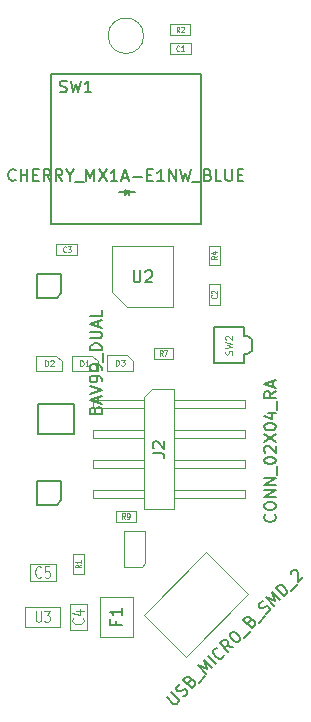
<source format=gbr>
G04 #@! TF.GenerationSoftware,KiCad,Pcbnew,5.0.1*
G04 #@! TF.CreationDate,2019-03-28T22:54:33+10:30*
G04 #@! TF.ProjectId,reflex,7265666C65782E6B696361645F706362,rev?*
G04 #@! TF.SameCoordinates,Original*
G04 #@! TF.FileFunction,Other,Fab,Top*
%FSLAX46Y46*%
G04 Gerber Fmt 4.6, Leading zero omitted, Abs format (unit mm)*
G04 Created by KiCad (PCBNEW 5.0.1) date Thu 28 Mar 2019 22:54:33 ACDT*
%MOMM*%
%LPD*%
G01*
G04 APERTURE LIST*
%ADD10C,0.150000*%
%ADD11C,0.120000*%
%ADD12C,0.100000*%
%ADD13C,0.160000*%
%ADD14C,0.075000*%
%ADD15C,0.050000*%
%ADD16C,0.090000*%
G04 APERTURE END LIST*
D10*
G04 #@! TO.C,U5*
X94500000Y-115500000D02*
X94500000Y-117100000D01*
X94200000Y-117500000D02*
X92500000Y-117500000D01*
X92500000Y-117500000D02*
X92500000Y-115500000D01*
X92500000Y-115500000D02*
X94500000Y-115500000D01*
X94500000Y-117100000D02*
X94200000Y-117500000D01*
D11*
G04 #@! TO.C,U2*
X104000000Y-100800000D02*
X100110000Y-100800000D01*
X100110000Y-100800000D02*
X98840000Y-99530000D01*
X98840000Y-99530000D02*
X98840000Y-95640000D01*
X98840000Y-95640000D02*
X104000000Y-95640000D01*
X104000000Y-95640000D02*
X104000000Y-100800000D01*
D12*
G04 #@! TO.C,J2*
X102175000Y-107730000D02*
X104080000Y-107730000D01*
X104080000Y-107730000D02*
X104080000Y-117890000D01*
X104080000Y-117890000D02*
X101540000Y-117890000D01*
X101540000Y-117890000D02*
X101540000Y-108365000D01*
X101540000Y-108365000D02*
X102175000Y-107730000D01*
X97180000Y-108680000D02*
X101540000Y-108680000D01*
X97180000Y-108680000D02*
X97180000Y-109320000D01*
X97180000Y-109320000D02*
X101540000Y-109320000D01*
X104080000Y-108680000D02*
X110080000Y-108680000D01*
X110080000Y-108680000D02*
X110080000Y-109320000D01*
X104080000Y-109320000D02*
X110080000Y-109320000D01*
X97180000Y-111220000D02*
X101540000Y-111220000D01*
X97180000Y-111220000D02*
X97180000Y-111860000D01*
X97180000Y-111860000D02*
X101540000Y-111860000D01*
X104080000Y-111220000D02*
X110080000Y-111220000D01*
X110080000Y-111220000D02*
X110080000Y-111860000D01*
X104080000Y-111860000D02*
X110080000Y-111860000D01*
X97180000Y-113760000D02*
X101540000Y-113760000D01*
X97180000Y-113760000D02*
X97180000Y-114400000D01*
X97180000Y-114400000D02*
X101540000Y-114400000D01*
X104080000Y-113760000D02*
X110080000Y-113760000D01*
X110080000Y-113760000D02*
X110080000Y-114400000D01*
X104080000Y-114400000D02*
X110080000Y-114400000D01*
X97180000Y-116300000D02*
X101540000Y-116300000D01*
X97180000Y-116300000D02*
X97180000Y-116940000D01*
X97180000Y-116940000D02*
X101540000Y-116940000D01*
X104080000Y-116300000D02*
X110080000Y-116300000D01*
X110080000Y-116300000D02*
X110080000Y-116940000D01*
X104080000Y-116940000D02*
X110080000Y-116940000D01*
G04 #@! TO.C,D3*
X100600000Y-106175000D02*
X100600000Y-105325000D01*
X100100000Y-104825000D02*
X98400000Y-104825000D01*
X100600000Y-106175000D02*
X98400000Y-106175000D01*
X98400000Y-106175000D02*
X98400000Y-104825000D01*
X100600000Y-105325000D02*
X100100000Y-104825000D01*
G04 #@! TO.C,D2*
X94600000Y-105375000D02*
X94100000Y-104875000D01*
X92400000Y-106225000D02*
X92400000Y-104875000D01*
X94600000Y-106225000D02*
X92400000Y-106225000D01*
X94100000Y-104875000D02*
X92400000Y-104875000D01*
X94600000Y-106225000D02*
X94600000Y-105375000D01*
G04 #@! TO.C,D1*
X97600000Y-106225000D02*
X97600000Y-105375000D01*
X97100000Y-104875000D02*
X95400000Y-104875000D01*
X97600000Y-106225000D02*
X95400000Y-106225000D01*
X95400000Y-106225000D02*
X95400000Y-104875000D01*
X97600000Y-105375000D02*
X97100000Y-104875000D01*
G04 #@! TO.C,J1*
X105059081Y-130362382D02*
X101523547Y-126826848D01*
X101523547Y-126826848D02*
X106826848Y-121523547D01*
X106826848Y-121523547D02*
X110362382Y-125059081D01*
X110362382Y-125059081D02*
X105059081Y-130362382D01*
D11*
G04 #@! TO.C,C1*
X103720000Y-79380000D02*
X103720000Y-78420000D01*
X103720000Y-78420000D02*
X105480000Y-78420000D01*
X105480000Y-78420000D02*
X105480000Y-79380000D01*
X105480000Y-79380000D02*
X103720000Y-79380000D01*
G04 #@! TO.C,C2*
X107020000Y-100580000D02*
X107020000Y-98820000D01*
X107980000Y-100580000D02*
X107020000Y-100580000D01*
X107980000Y-98820000D02*
X107980000Y-100580000D01*
X107020000Y-98820000D02*
X107980000Y-98820000D01*
G04 #@! TO.C,C3*
X95880000Y-96380000D02*
X94120000Y-96380000D01*
X95880000Y-95420000D02*
X95880000Y-96380000D01*
X94120000Y-95420000D02*
X95880000Y-95420000D01*
X94120000Y-96380000D02*
X94120000Y-95420000D01*
G04 #@! TO.C,C4*
X96730000Y-125900000D02*
X96730000Y-128100000D01*
X95270000Y-125900000D02*
X96730000Y-125900000D01*
X95270000Y-128100000D02*
X95270000Y-125900000D01*
X96730000Y-128100000D02*
X95270000Y-128100000D01*
G04 #@! TO.C,C5*
X91850000Y-123980000D02*
X91850000Y-122520000D01*
X91850000Y-122520000D02*
X94050000Y-122520000D01*
X94050000Y-122520000D02*
X94050000Y-123980000D01*
X94050000Y-123980000D02*
X91850000Y-123980000D01*
G04 #@! TO.C,F1*
X100600000Y-128720000D02*
X97800000Y-128720000D01*
X97800000Y-128720000D02*
X97800000Y-125280000D01*
X97800000Y-125280000D02*
X100600000Y-125280000D01*
X100600000Y-125280000D02*
X100600000Y-128720000D01*
G04 #@! TO.C,Q1*
X101500000Y-77800000D02*
G75*
G03X101500000Y-77800000I-1500000J0D01*
G01*
G04 #@! TO.C,R1*
X96480000Y-121695000D02*
X96480000Y-123355000D01*
X95520000Y-121695000D02*
X96480000Y-121695000D01*
X95520000Y-123355000D02*
X95520000Y-121695000D01*
X96480000Y-123355000D02*
X95520000Y-123355000D01*
G04 #@! TO.C,R2*
X105430000Y-76820000D02*
X105430000Y-77780000D01*
X105430000Y-77780000D02*
X103770000Y-77780000D01*
X103770000Y-77780000D02*
X103770000Y-76820000D01*
X103770000Y-76820000D02*
X105430000Y-76820000D01*
G04 #@! TO.C,R4*
X107020000Y-97230000D02*
X107020000Y-95570000D01*
X107980000Y-97230000D02*
X107020000Y-97230000D01*
X107980000Y-95570000D02*
X107980000Y-97230000D01*
X107020000Y-95570000D02*
X107980000Y-95570000D01*
G04 #@! TO.C,R7*
X102345000Y-105180000D02*
X102345000Y-104220000D01*
X102345000Y-104220000D02*
X104005000Y-104220000D01*
X104005000Y-104220000D02*
X104005000Y-105180000D01*
X104005000Y-105180000D02*
X102345000Y-105180000D01*
D10*
G04 #@! TO.C,R8*
X92600000Y-111500000D02*
X92600000Y-109000000D01*
X92600000Y-109000000D02*
X95600000Y-109000000D01*
X95600000Y-109000000D02*
X95600000Y-111500000D01*
X95600000Y-111500000D02*
X92600000Y-111500000D01*
X92600000Y-111500000D02*
X92600000Y-111500000D01*
D11*
G04 #@! TO.C,R9*
X99170000Y-118020000D02*
X100830000Y-118020000D01*
X99170000Y-118980000D02*
X99170000Y-118020000D01*
X100830000Y-118980000D02*
X99170000Y-118980000D01*
X100830000Y-118020000D02*
X100830000Y-118980000D01*
D10*
G04 #@! TO.C,SW1*
X93650000Y-81050000D02*
X106350000Y-81050000D01*
X106350000Y-81050000D02*
X106350000Y-93750000D01*
X106350000Y-93750000D02*
X93650000Y-93750000D01*
X93650000Y-93750000D02*
X93650000Y-81050000D01*
X99390000Y-91070000D02*
X100790000Y-91070000D01*
X100140000Y-91070000D02*
X99890000Y-90820000D01*
X99890000Y-90820000D02*
X99890000Y-91320000D01*
X99890000Y-91320000D02*
X100140000Y-91070000D01*
X100240000Y-90820000D02*
X100240000Y-91320000D01*
G04 #@! TO.C,SW2*
X110000000Y-102500000D02*
X110000000Y-103250000D01*
X110000000Y-105500000D02*
X107500000Y-105500000D01*
X107500000Y-105500000D02*
X107500000Y-102500000D01*
X107500000Y-102500000D02*
X110000000Y-102500000D01*
X110250000Y-103250000D02*
X110650000Y-103500000D01*
X110650000Y-103500000D02*
X110650000Y-104500000D01*
X110650000Y-104500000D02*
X110250000Y-104750000D01*
X110250000Y-104750000D02*
X110000000Y-104750000D01*
X110250000Y-103250000D02*
X110000000Y-103250000D01*
X110000000Y-105500000D02*
X110000000Y-104750000D01*
D11*
G04 #@! TO.C,U1*
X101340000Y-122780000D02*
X101630000Y-122480000D01*
X101330000Y-122780000D02*
X99870000Y-122780000D01*
X99870000Y-122780000D02*
X99870000Y-119720000D01*
X99870000Y-119720000D02*
X101630000Y-119720000D01*
X101630000Y-119720000D02*
X101630000Y-122480000D01*
G04 #@! TO.C,U3*
X91440000Y-127850000D02*
X91440000Y-126150000D01*
X91440000Y-126150000D02*
X94460000Y-126150000D01*
X94460000Y-126150000D02*
X94460000Y-127850000D01*
X94460000Y-127850000D02*
X91440000Y-127850000D01*
D10*
G04 #@! TO.C,U4*
X94500000Y-98000000D02*
X94500000Y-99600000D01*
X94200000Y-100000000D02*
X92500000Y-100000000D01*
X92500000Y-100000000D02*
X92500000Y-98000000D01*
X92500000Y-98000000D02*
X94500000Y-98000000D01*
X94500000Y-99600000D02*
X94200000Y-100000000D01*
G04 #@! TD*
G04 #@! TO.C,U2*
D13*
X100658095Y-97672380D02*
X100658095Y-98481904D01*
X100705714Y-98577142D01*
X100753333Y-98624761D01*
X100848571Y-98672380D01*
X101039047Y-98672380D01*
X101134285Y-98624761D01*
X101181904Y-98577142D01*
X101229523Y-98481904D01*
X101229523Y-97672380D01*
X101658095Y-97767619D02*
X101705714Y-97720000D01*
X101800952Y-97672380D01*
X102039047Y-97672380D01*
X102134285Y-97720000D01*
X102181904Y-97767619D01*
X102229523Y-97862857D01*
X102229523Y-97958095D01*
X102181904Y-98100952D01*
X101610476Y-98672380D01*
X102229523Y-98672380D01*
G04 #@! TO.C,J2*
D10*
X112607142Y-118333333D02*
X112654761Y-118380952D01*
X112702380Y-118523809D01*
X112702380Y-118619047D01*
X112654761Y-118761904D01*
X112559523Y-118857142D01*
X112464285Y-118904761D01*
X112273809Y-118952380D01*
X112130952Y-118952380D01*
X111940476Y-118904761D01*
X111845238Y-118857142D01*
X111750000Y-118761904D01*
X111702380Y-118619047D01*
X111702380Y-118523809D01*
X111750000Y-118380952D01*
X111797619Y-118333333D01*
X111702380Y-117714285D02*
X111702380Y-117523809D01*
X111750000Y-117428571D01*
X111845238Y-117333333D01*
X112035714Y-117285714D01*
X112369047Y-117285714D01*
X112559523Y-117333333D01*
X112654761Y-117428571D01*
X112702380Y-117523809D01*
X112702380Y-117714285D01*
X112654761Y-117809523D01*
X112559523Y-117904761D01*
X112369047Y-117952380D01*
X112035714Y-117952380D01*
X111845238Y-117904761D01*
X111750000Y-117809523D01*
X111702380Y-117714285D01*
X112702380Y-116857142D02*
X111702380Y-116857142D01*
X112702380Y-116285714D01*
X111702380Y-116285714D01*
X112702380Y-115809523D02*
X111702380Y-115809523D01*
X112702380Y-115238095D01*
X111702380Y-115238095D01*
X112797619Y-115000000D02*
X112797619Y-114238095D01*
X111702380Y-113809523D02*
X111702380Y-113714285D01*
X111750000Y-113619047D01*
X111797619Y-113571428D01*
X111892857Y-113523809D01*
X112083333Y-113476190D01*
X112321428Y-113476190D01*
X112511904Y-113523809D01*
X112607142Y-113571428D01*
X112654761Y-113619047D01*
X112702380Y-113714285D01*
X112702380Y-113809523D01*
X112654761Y-113904761D01*
X112607142Y-113952380D01*
X112511904Y-114000000D01*
X112321428Y-114047619D01*
X112083333Y-114047619D01*
X111892857Y-114000000D01*
X111797619Y-113952380D01*
X111750000Y-113904761D01*
X111702380Y-113809523D01*
X111797619Y-113095238D02*
X111750000Y-113047619D01*
X111702380Y-112952380D01*
X111702380Y-112714285D01*
X111750000Y-112619047D01*
X111797619Y-112571428D01*
X111892857Y-112523809D01*
X111988095Y-112523809D01*
X112130952Y-112571428D01*
X112702380Y-113142857D01*
X112702380Y-112523809D01*
X111702380Y-112190476D02*
X112702380Y-111523809D01*
X111702380Y-111523809D02*
X112702380Y-112190476D01*
X111702380Y-110952380D02*
X111702380Y-110857142D01*
X111750000Y-110761904D01*
X111797619Y-110714285D01*
X111892857Y-110666666D01*
X112083333Y-110619047D01*
X112321428Y-110619047D01*
X112511904Y-110666666D01*
X112607142Y-110714285D01*
X112654761Y-110761904D01*
X112702380Y-110857142D01*
X112702380Y-110952380D01*
X112654761Y-111047619D01*
X112607142Y-111095238D01*
X112511904Y-111142857D01*
X112321428Y-111190476D01*
X112083333Y-111190476D01*
X111892857Y-111142857D01*
X111797619Y-111095238D01*
X111750000Y-111047619D01*
X111702380Y-110952380D01*
X112035714Y-109761904D02*
X112702380Y-109761904D01*
X111654761Y-110000000D02*
X112369047Y-110238095D01*
X112369047Y-109619047D01*
X112797619Y-109476190D02*
X112797619Y-108714285D01*
X112702380Y-107904761D02*
X112226190Y-108238095D01*
X112702380Y-108476190D02*
X111702380Y-108476190D01*
X111702380Y-108095238D01*
X111750000Y-108000000D01*
X111797619Y-107952380D01*
X111892857Y-107904761D01*
X112035714Y-107904761D01*
X112130952Y-107952380D01*
X112178571Y-108000000D01*
X112226190Y-108095238D01*
X112226190Y-108476190D01*
X112416666Y-107523809D02*
X112416666Y-107047619D01*
X112702380Y-107619047D02*
X111702380Y-107285714D01*
X112702380Y-106952380D01*
X102262380Y-113143333D02*
X102976666Y-113143333D01*
X103119523Y-113190952D01*
X103214761Y-113286190D01*
X103262380Y-113429047D01*
X103262380Y-113524285D01*
X102357619Y-112714761D02*
X102310000Y-112667142D01*
X102262380Y-112571904D01*
X102262380Y-112333809D01*
X102310000Y-112238571D01*
X102357619Y-112190952D01*
X102452857Y-112143333D01*
X102548095Y-112143333D01*
X102690952Y-112190952D01*
X103262380Y-112762380D01*
X103262380Y-112143333D01*
G04 #@! TO.C,D3*
X97428571Y-109476190D02*
X97476190Y-109333333D01*
X97523809Y-109285714D01*
X97619047Y-109238095D01*
X97761904Y-109238095D01*
X97857142Y-109285714D01*
X97904761Y-109333333D01*
X97952380Y-109428571D01*
X97952380Y-109809523D01*
X96952380Y-109809523D01*
X96952380Y-109476190D01*
X97000000Y-109380952D01*
X97047619Y-109333333D01*
X97142857Y-109285714D01*
X97238095Y-109285714D01*
X97333333Y-109333333D01*
X97380952Y-109380952D01*
X97428571Y-109476190D01*
X97428571Y-109809523D01*
X97666666Y-108857142D02*
X97666666Y-108380952D01*
X97952380Y-108952380D02*
X96952380Y-108619047D01*
X97952380Y-108285714D01*
X96952380Y-108095238D02*
X97952380Y-107761904D01*
X96952380Y-107428571D01*
X97952380Y-107047619D02*
X97952380Y-106857142D01*
X97904761Y-106761904D01*
X97857142Y-106714285D01*
X97714285Y-106619047D01*
X97523809Y-106571428D01*
X97142857Y-106571428D01*
X97047619Y-106619047D01*
X97000000Y-106666666D01*
X96952380Y-106761904D01*
X96952380Y-106952380D01*
X97000000Y-107047619D01*
X97047619Y-107095238D01*
X97142857Y-107142857D01*
X97380952Y-107142857D01*
X97476190Y-107095238D01*
X97523809Y-107047619D01*
X97571428Y-106952380D01*
X97571428Y-106761904D01*
X97523809Y-106666666D01*
X97476190Y-106619047D01*
X97380952Y-106571428D01*
X97952380Y-106095238D02*
X97952380Y-105904761D01*
X97904761Y-105809523D01*
X97857142Y-105761904D01*
X97714285Y-105666666D01*
X97523809Y-105619047D01*
X97142857Y-105619047D01*
X97047619Y-105666666D01*
X97000000Y-105714285D01*
X96952380Y-105809523D01*
X96952380Y-106000000D01*
X97000000Y-106095238D01*
X97047619Y-106142857D01*
X97142857Y-106190476D01*
X97380952Y-106190476D01*
X97476190Y-106142857D01*
X97523809Y-106095238D01*
X97571428Y-106000000D01*
X97571428Y-105809523D01*
X97523809Y-105714285D01*
X97476190Y-105666666D01*
X97380952Y-105619047D01*
X98047619Y-105428571D02*
X98047619Y-104666666D01*
X97952380Y-104428571D02*
X96952380Y-104428571D01*
X96952380Y-104190476D01*
X97000000Y-104047619D01*
X97095238Y-103952380D01*
X97190476Y-103904761D01*
X97380952Y-103857142D01*
X97523809Y-103857142D01*
X97714285Y-103904761D01*
X97809523Y-103952380D01*
X97904761Y-104047619D01*
X97952380Y-104190476D01*
X97952380Y-104428571D01*
X96952380Y-103428571D02*
X97761904Y-103428571D01*
X97857142Y-103380952D01*
X97904761Y-103333333D01*
X97952380Y-103238095D01*
X97952380Y-103047619D01*
X97904761Y-102952380D01*
X97857142Y-102904761D01*
X97761904Y-102857142D01*
X96952380Y-102857142D01*
X97666666Y-102428571D02*
X97666666Y-101952380D01*
X97952380Y-102523809D02*
X96952380Y-102190476D01*
X97952380Y-101857142D01*
X97952380Y-101047619D02*
X97952380Y-101523809D01*
X96952380Y-101523809D01*
D14*
X99130952Y-105726190D02*
X99130952Y-105226190D01*
X99250000Y-105226190D01*
X99321428Y-105250000D01*
X99369047Y-105297619D01*
X99392857Y-105345238D01*
X99416666Y-105440476D01*
X99416666Y-105511904D01*
X99392857Y-105607142D01*
X99369047Y-105654761D01*
X99321428Y-105702380D01*
X99250000Y-105726190D01*
X99130952Y-105726190D01*
X99583333Y-105226190D02*
X99892857Y-105226190D01*
X99726190Y-105416666D01*
X99797619Y-105416666D01*
X99845238Y-105440476D01*
X99869047Y-105464285D01*
X99892857Y-105511904D01*
X99892857Y-105630952D01*
X99869047Y-105678571D01*
X99845238Y-105702380D01*
X99797619Y-105726190D01*
X99654761Y-105726190D01*
X99607142Y-105702380D01*
X99583333Y-105678571D01*
G04 #@! TO.C,D2*
X93130952Y-105776190D02*
X93130952Y-105276190D01*
X93250000Y-105276190D01*
X93321428Y-105300000D01*
X93369047Y-105347619D01*
X93392857Y-105395238D01*
X93416666Y-105490476D01*
X93416666Y-105561904D01*
X93392857Y-105657142D01*
X93369047Y-105704761D01*
X93321428Y-105752380D01*
X93250000Y-105776190D01*
X93130952Y-105776190D01*
X93607142Y-105323809D02*
X93630952Y-105300000D01*
X93678571Y-105276190D01*
X93797619Y-105276190D01*
X93845238Y-105300000D01*
X93869047Y-105323809D01*
X93892857Y-105371428D01*
X93892857Y-105419047D01*
X93869047Y-105490476D01*
X93583333Y-105776190D01*
X93892857Y-105776190D01*
G04 #@! TO.C,D1*
X96130952Y-105776190D02*
X96130952Y-105276190D01*
X96250000Y-105276190D01*
X96321428Y-105300000D01*
X96369047Y-105347619D01*
X96392857Y-105395238D01*
X96416666Y-105490476D01*
X96416666Y-105561904D01*
X96392857Y-105657142D01*
X96369047Y-105704761D01*
X96321428Y-105752380D01*
X96250000Y-105776190D01*
X96130952Y-105776190D01*
X96892857Y-105776190D02*
X96607142Y-105776190D01*
X96750000Y-105776190D02*
X96750000Y-105276190D01*
X96702380Y-105347619D01*
X96654761Y-105395238D01*
X96607142Y-105419047D01*
G04 #@! TO.C,J1*
D10*
X103458458Y-133767090D02*
X104030878Y-134339510D01*
X104131893Y-134373182D01*
X104199237Y-134373182D01*
X104300252Y-134339510D01*
X104434939Y-134204823D01*
X104468611Y-134103808D01*
X104468611Y-134036464D01*
X104434939Y-133935449D01*
X103862519Y-133363029D01*
X104839000Y-133733419D02*
X104973687Y-133666075D01*
X105142046Y-133497716D01*
X105175718Y-133396701D01*
X105175718Y-133329358D01*
X105142046Y-133228342D01*
X105074702Y-133160999D01*
X104973687Y-133127327D01*
X104906344Y-133127327D01*
X104805328Y-133160999D01*
X104636970Y-133262014D01*
X104535954Y-133295686D01*
X104468611Y-133295686D01*
X104367596Y-133262014D01*
X104300252Y-133194671D01*
X104266580Y-133093655D01*
X104266580Y-133026312D01*
X104300252Y-132925297D01*
X104468611Y-132756938D01*
X104603298Y-132689594D01*
X105445092Y-132453892D02*
X105579779Y-132386549D01*
X105647122Y-132386549D01*
X105748137Y-132420220D01*
X105849153Y-132521236D01*
X105882824Y-132622251D01*
X105882824Y-132689594D01*
X105849153Y-132790610D01*
X105579779Y-133059984D01*
X104872672Y-132352877D01*
X105108374Y-132117175D01*
X105209389Y-132083503D01*
X105276733Y-132083503D01*
X105377748Y-132117175D01*
X105445092Y-132184518D01*
X105478763Y-132285533D01*
X105478763Y-132352877D01*
X105445092Y-132453892D01*
X105209389Y-132689594D01*
X106185870Y-132588579D02*
X106724618Y-132049831D01*
X106825633Y-131814129D02*
X106118527Y-131107022D01*
X106859305Y-131376396D01*
X106589931Y-130635618D01*
X107297038Y-131342724D01*
X107633755Y-131006007D02*
X106926649Y-130298900D01*
X108307190Y-130197885D02*
X108307190Y-130265228D01*
X108239847Y-130399915D01*
X108172503Y-130467259D01*
X108037816Y-130534602D01*
X107903129Y-130534602D01*
X107802114Y-130500931D01*
X107633755Y-130399915D01*
X107532740Y-130298900D01*
X107431725Y-130130541D01*
X107398053Y-130029526D01*
X107398053Y-129894839D01*
X107465397Y-129760152D01*
X107532740Y-129692809D01*
X107667427Y-129625465D01*
X107734771Y-129625465D01*
X109081641Y-129558122D02*
X108509221Y-129457106D01*
X108677580Y-129962183D02*
X107970473Y-129255076D01*
X108239847Y-128985702D01*
X108340862Y-128952030D01*
X108408206Y-128952030D01*
X108509221Y-128985702D01*
X108610236Y-129086717D01*
X108643908Y-129187732D01*
X108643908Y-129255076D01*
X108610236Y-129356091D01*
X108340862Y-129625465D01*
X108812267Y-128413282D02*
X108946954Y-128278595D01*
X109047969Y-128244923D01*
X109182656Y-128244923D01*
X109351015Y-128345938D01*
X109586717Y-128581641D01*
X109687732Y-128750000D01*
X109687732Y-128884687D01*
X109654061Y-128985702D01*
X109519374Y-129120389D01*
X109418358Y-129154061D01*
X109283671Y-129154061D01*
X109115312Y-129053045D01*
X108879610Y-128817343D01*
X108778595Y-128648984D01*
X108778595Y-128514297D01*
X108812267Y-128413282D01*
X110024450Y-128750000D02*
X110563198Y-128211251D01*
X110529526Y-127369458D02*
X110664213Y-127302114D01*
X110731557Y-127302114D01*
X110832572Y-127335786D01*
X110933587Y-127436801D01*
X110967259Y-127537816D01*
X110967259Y-127605160D01*
X110933587Y-127706175D01*
X110664213Y-127975549D01*
X109957106Y-127268442D01*
X110192809Y-127032740D01*
X110293824Y-126999068D01*
X110361167Y-126999068D01*
X110462183Y-127032740D01*
X110529526Y-127100084D01*
X110563198Y-127201099D01*
X110563198Y-127268442D01*
X110529526Y-127369458D01*
X110293824Y-127605160D01*
X111270305Y-127504145D02*
X111809053Y-126965397D01*
X111842724Y-126729694D02*
X111977411Y-126662351D01*
X112145770Y-126493992D01*
X112179442Y-126392977D01*
X112179442Y-126325633D01*
X112145770Y-126224618D01*
X112078427Y-126157275D01*
X111977411Y-126123603D01*
X111910068Y-126123603D01*
X111809053Y-126157275D01*
X111640694Y-126258290D01*
X111539679Y-126291962D01*
X111472335Y-126291962D01*
X111371320Y-126258290D01*
X111303976Y-126190946D01*
X111270305Y-126089931D01*
X111270305Y-126022588D01*
X111303976Y-125921572D01*
X111472335Y-125753214D01*
X111607022Y-125685870D01*
X112583503Y-126056259D02*
X111876396Y-125349153D01*
X112617175Y-125618527D01*
X112347801Y-124877748D01*
X113054907Y-125584855D01*
X113391625Y-125248137D02*
X112684518Y-124541031D01*
X112852877Y-124372672D01*
X112987564Y-124305328D01*
X113122251Y-124305328D01*
X113223266Y-124339000D01*
X113391625Y-124440015D01*
X113492640Y-124541031D01*
X113593655Y-124709389D01*
X113627327Y-124810405D01*
X113627327Y-124945092D01*
X113559984Y-125079779D01*
X113391625Y-125248137D01*
X113997716Y-124776733D02*
X114536464Y-124237985D01*
X113964045Y-123396191D02*
X113964045Y-123328848D01*
X113997716Y-123227832D01*
X114166075Y-123059473D01*
X114267090Y-123025802D01*
X114334434Y-123025802D01*
X114435449Y-123059473D01*
X114502793Y-123126817D01*
X114570136Y-123261504D01*
X114570136Y-124069626D01*
X115007869Y-123631893D01*
G04 #@! TO.C,C1*
D15*
X104533333Y-79078571D02*
X104514285Y-79102380D01*
X104457142Y-79126190D01*
X104419047Y-79126190D01*
X104361904Y-79102380D01*
X104323809Y-79054761D01*
X104304761Y-79007142D01*
X104285714Y-78911904D01*
X104285714Y-78840476D01*
X104304761Y-78745238D01*
X104323809Y-78697619D01*
X104361904Y-78650000D01*
X104419047Y-78626190D01*
X104457142Y-78626190D01*
X104514285Y-78650000D01*
X104533333Y-78673809D01*
X104914285Y-79126190D02*
X104685714Y-79126190D01*
X104800000Y-79126190D02*
X104800000Y-78626190D01*
X104761904Y-78697619D01*
X104723809Y-78745238D01*
X104685714Y-78769047D01*
G04 #@! TO.C,C2*
X107678571Y-99766666D02*
X107702380Y-99785714D01*
X107726190Y-99842857D01*
X107726190Y-99880952D01*
X107702380Y-99938095D01*
X107654761Y-99976190D01*
X107607142Y-99995238D01*
X107511904Y-100014285D01*
X107440476Y-100014285D01*
X107345238Y-99995238D01*
X107297619Y-99976190D01*
X107250000Y-99938095D01*
X107226190Y-99880952D01*
X107226190Y-99842857D01*
X107250000Y-99785714D01*
X107273809Y-99766666D01*
X107273809Y-99614285D02*
X107250000Y-99595238D01*
X107226190Y-99557142D01*
X107226190Y-99461904D01*
X107250000Y-99423809D01*
X107273809Y-99404761D01*
X107321428Y-99385714D01*
X107369047Y-99385714D01*
X107440476Y-99404761D01*
X107726190Y-99633333D01*
X107726190Y-99385714D01*
G04 #@! TO.C,C3*
X94933333Y-96078571D02*
X94914285Y-96102380D01*
X94857142Y-96126190D01*
X94819047Y-96126190D01*
X94761904Y-96102380D01*
X94723809Y-96054761D01*
X94704761Y-96007142D01*
X94685714Y-95911904D01*
X94685714Y-95840476D01*
X94704761Y-95745238D01*
X94723809Y-95697619D01*
X94761904Y-95650000D01*
X94819047Y-95626190D01*
X94857142Y-95626190D01*
X94914285Y-95650000D01*
X94933333Y-95673809D01*
X95066666Y-95626190D02*
X95314285Y-95626190D01*
X95180952Y-95816666D01*
X95238095Y-95816666D01*
X95276190Y-95840476D01*
X95295238Y-95864285D01*
X95314285Y-95911904D01*
X95314285Y-96030952D01*
X95295238Y-96078571D01*
X95276190Y-96102380D01*
X95238095Y-96126190D01*
X95123809Y-96126190D01*
X95085714Y-96102380D01*
X95066666Y-96078571D01*
G04 #@! TO.C,C4*
D12*
X96346428Y-127129333D02*
X96392619Y-127166285D01*
X96438809Y-127277142D01*
X96438809Y-127351047D01*
X96392619Y-127461904D01*
X96300238Y-127535809D01*
X96207857Y-127572761D01*
X96023095Y-127609714D01*
X95884523Y-127609714D01*
X95699761Y-127572761D01*
X95607380Y-127535809D01*
X95515000Y-127461904D01*
X95468809Y-127351047D01*
X95468809Y-127277142D01*
X95515000Y-127166285D01*
X95561190Y-127129333D01*
X95792142Y-126464190D02*
X96438809Y-126464190D01*
X95422619Y-126648952D02*
X96115476Y-126833714D01*
X96115476Y-126353333D01*
G04 #@! TO.C,C5*
X92820666Y-123596428D02*
X92783714Y-123642619D01*
X92672857Y-123688809D01*
X92598952Y-123688809D01*
X92488095Y-123642619D01*
X92414190Y-123550238D01*
X92377238Y-123457857D01*
X92340285Y-123273095D01*
X92340285Y-123134523D01*
X92377238Y-122949761D01*
X92414190Y-122857380D01*
X92488095Y-122765000D01*
X92598952Y-122718809D01*
X92672857Y-122718809D01*
X92783714Y-122765000D01*
X92820666Y-122811190D01*
X93522761Y-122718809D02*
X93153238Y-122718809D01*
X93116285Y-123180714D01*
X93153238Y-123134523D01*
X93227142Y-123088333D01*
X93411904Y-123088333D01*
X93485809Y-123134523D01*
X93522761Y-123180714D01*
X93559714Y-123273095D01*
X93559714Y-123504047D01*
X93522761Y-123596428D01*
X93485809Y-123642619D01*
X93411904Y-123688809D01*
X93227142Y-123688809D01*
X93153238Y-123642619D01*
X93116285Y-123596428D01*
G04 #@! TO.C,F1*
D10*
X99128571Y-127333333D02*
X99128571Y-127666666D01*
X99652380Y-127666666D02*
X98652380Y-127666666D01*
X98652380Y-127190476D01*
X99652380Y-126285714D02*
X99652380Y-126857142D01*
X99652380Y-126571428D02*
X98652380Y-126571428D01*
X98795238Y-126666666D01*
X98890476Y-126761904D01*
X98938095Y-126857142D01*
G04 #@! TO.C,R1*
D15*
X96226190Y-122591666D02*
X95988095Y-122725000D01*
X96226190Y-122820238D02*
X95726190Y-122820238D01*
X95726190Y-122667857D01*
X95750000Y-122629761D01*
X95773809Y-122610714D01*
X95821428Y-122591666D01*
X95892857Y-122591666D01*
X95940476Y-122610714D01*
X95964285Y-122629761D01*
X95988095Y-122667857D01*
X95988095Y-122820238D01*
X96226190Y-122210714D02*
X96226190Y-122439285D01*
X96226190Y-122325000D02*
X95726190Y-122325000D01*
X95797619Y-122363095D01*
X95845238Y-122401190D01*
X95869047Y-122439285D01*
G04 #@! TO.C,R2*
X104533333Y-77526190D02*
X104400000Y-77288095D01*
X104304761Y-77526190D02*
X104304761Y-77026190D01*
X104457142Y-77026190D01*
X104495238Y-77050000D01*
X104514285Y-77073809D01*
X104533333Y-77121428D01*
X104533333Y-77192857D01*
X104514285Y-77240476D01*
X104495238Y-77264285D01*
X104457142Y-77288095D01*
X104304761Y-77288095D01*
X104685714Y-77073809D02*
X104704761Y-77050000D01*
X104742857Y-77026190D01*
X104838095Y-77026190D01*
X104876190Y-77050000D01*
X104895238Y-77073809D01*
X104914285Y-77121428D01*
X104914285Y-77169047D01*
X104895238Y-77240476D01*
X104666666Y-77526190D01*
X104914285Y-77526190D01*
G04 #@! TO.C,R4*
X107726190Y-96466666D02*
X107488095Y-96600000D01*
X107726190Y-96695238D02*
X107226190Y-96695238D01*
X107226190Y-96542857D01*
X107250000Y-96504761D01*
X107273809Y-96485714D01*
X107321428Y-96466666D01*
X107392857Y-96466666D01*
X107440476Y-96485714D01*
X107464285Y-96504761D01*
X107488095Y-96542857D01*
X107488095Y-96695238D01*
X107392857Y-96123809D02*
X107726190Y-96123809D01*
X107202380Y-96219047D02*
X107559523Y-96314285D01*
X107559523Y-96066666D01*
G04 #@! TO.C,R7*
X103108333Y-104926190D02*
X102975000Y-104688095D01*
X102879761Y-104926190D02*
X102879761Y-104426190D01*
X103032142Y-104426190D01*
X103070238Y-104450000D01*
X103089285Y-104473809D01*
X103108333Y-104521428D01*
X103108333Y-104592857D01*
X103089285Y-104640476D01*
X103070238Y-104664285D01*
X103032142Y-104688095D01*
X102879761Y-104688095D01*
X103241666Y-104426190D02*
X103508333Y-104426190D01*
X103336904Y-104926190D01*
G04 #@! TO.C,R9*
X99933333Y-118726190D02*
X99800000Y-118488095D01*
X99704761Y-118726190D02*
X99704761Y-118226190D01*
X99857142Y-118226190D01*
X99895238Y-118250000D01*
X99914285Y-118273809D01*
X99933333Y-118321428D01*
X99933333Y-118392857D01*
X99914285Y-118440476D01*
X99895238Y-118464285D01*
X99857142Y-118488095D01*
X99704761Y-118488095D01*
X100123809Y-118726190D02*
X100200000Y-118726190D01*
X100238095Y-118702380D01*
X100257142Y-118678571D01*
X100295238Y-118607142D01*
X100314285Y-118511904D01*
X100314285Y-118321428D01*
X100295238Y-118273809D01*
X100276190Y-118250000D01*
X100238095Y-118226190D01*
X100161904Y-118226190D01*
X100123809Y-118250000D01*
X100104761Y-118273809D01*
X100085714Y-118321428D01*
X100085714Y-118440476D01*
X100104761Y-118488095D01*
X100123809Y-118511904D01*
X100161904Y-118535714D01*
X100238095Y-118535714D01*
X100276190Y-118511904D01*
X100295238Y-118488095D01*
X100314285Y-118440476D01*
G04 #@! TO.C,SW1*
D10*
X90666666Y-90007142D02*
X90619047Y-90054761D01*
X90476190Y-90102380D01*
X90380952Y-90102380D01*
X90238095Y-90054761D01*
X90142857Y-89959523D01*
X90095238Y-89864285D01*
X90047619Y-89673809D01*
X90047619Y-89530952D01*
X90095238Y-89340476D01*
X90142857Y-89245238D01*
X90238095Y-89150000D01*
X90380952Y-89102380D01*
X90476190Y-89102380D01*
X90619047Y-89150000D01*
X90666666Y-89197619D01*
X91095238Y-90102380D02*
X91095238Y-89102380D01*
X91095238Y-89578571D02*
X91666666Y-89578571D01*
X91666666Y-90102380D02*
X91666666Y-89102380D01*
X92142857Y-89578571D02*
X92476190Y-89578571D01*
X92619047Y-90102380D02*
X92142857Y-90102380D01*
X92142857Y-89102380D01*
X92619047Y-89102380D01*
X93619047Y-90102380D02*
X93285714Y-89626190D01*
X93047619Y-90102380D02*
X93047619Y-89102380D01*
X93428571Y-89102380D01*
X93523809Y-89150000D01*
X93571428Y-89197619D01*
X93619047Y-89292857D01*
X93619047Y-89435714D01*
X93571428Y-89530952D01*
X93523809Y-89578571D01*
X93428571Y-89626190D01*
X93047619Y-89626190D01*
X94619047Y-90102380D02*
X94285714Y-89626190D01*
X94047619Y-90102380D02*
X94047619Y-89102380D01*
X94428571Y-89102380D01*
X94523809Y-89150000D01*
X94571428Y-89197619D01*
X94619047Y-89292857D01*
X94619047Y-89435714D01*
X94571428Y-89530952D01*
X94523809Y-89578571D01*
X94428571Y-89626190D01*
X94047619Y-89626190D01*
X95238095Y-89626190D02*
X95238095Y-90102380D01*
X94904761Y-89102380D02*
X95238095Y-89626190D01*
X95571428Y-89102380D01*
X95666666Y-90197619D02*
X96428571Y-90197619D01*
X96666666Y-90102380D02*
X96666666Y-89102380D01*
X97000000Y-89816666D01*
X97333333Y-89102380D01*
X97333333Y-90102380D01*
X97714285Y-89102380D02*
X98380952Y-90102380D01*
X98380952Y-89102380D02*
X97714285Y-90102380D01*
X99285714Y-90102380D02*
X98714285Y-90102380D01*
X99000000Y-90102380D02*
X99000000Y-89102380D01*
X98904761Y-89245238D01*
X98809523Y-89340476D01*
X98714285Y-89388095D01*
X99666666Y-89816666D02*
X100142857Y-89816666D01*
X99571428Y-90102380D02*
X99904761Y-89102380D01*
X100238095Y-90102380D01*
X100571428Y-89721428D02*
X101333333Y-89721428D01*
X101809523Y-89578571D02*
X102142857Y-89578571D01*
X102285714Y-90102380D02*
X101809523Y-90102380D01*
X101809523Y-89102380D01*
X102285714Y-89102380D01*
X103238095Y-90102380D02*
X102666666Y-90102380D01*
X102952380Y-90102380D02*
X102952380Y-89102380D01*
X102857142Y-89245238D01*
X102761904Y-89340476D01*
X102666666Y-89388095D01*
X103666666Y-90102380D02*
X103666666Y-89102380D01*
X104238095Y-90102380D01*
X104238095Y-89102380D01*
X104619047Y-89102380D02*
X104857142Y-90102380D01*
X105047619Y-89388095D01*
X105238095Y-90102380D01*
X105476190Y-89102380D01*
X105619047Y-90197619D02*
X106380952Y-90197619D01*
X106952380Y-89578571D02*
X107095238Y-89626190D01*
X107142857Y-89673809D01*
X107190476Y-89769047D01*
X107190476Y-89911904D01*
X107142857Y-90007142D01*
X107095238Y-90054761D01*
X106999999Y-90102380D01*
X106619047Y-90102380D01*
X106619047Y-89102380D01*
X106952380Y-89102380D01*
X107047619Y-89150000D01*
X107095238Y-89197619D01*
X107142857Y-89292857D01*
X107142857Y-89388095D01*
X107095238Y-89483333D01*
X107047619Y-89530952D01*
X106952380Y-89578571D01*
X106619047Y-89578571D01*
X108095238Y-90102380D02*
X107619047Y-90102380D01*
X107619047Y-89102380D01*
X108428571Y-89102380D02*
X108428571Y-89911904D01*
X108476190Y-90007142D01*
X108523809Y-90054761D01*
X108619047Y-90102380D01*
X108809523Y-90102380D01*
X108904761Y-90054761D01*
X108952380Y-90007142D01*
X108999999Y-89911904D01*
X108999999Y-89102380D01*
X109476190Y-89578571D02*
X109809523Y-89578571D01*
X109952380Y-90102380D02*
X109476190Y-90102380D01*
X109476190Y-89102380D01*
X109952380Y-89102380D01*
X94416666Y-82554761D02*
X94559523Y-82602380D01*
X94797619Y-82602380D01*
X94892857Y-82554761D01*
X94940476Y-82507142D01*
X94988095Y-82411904D01*
X94988095Y-82316666D01*
X94940476Y-82221428D01*
X94892857Y-82173809D01*
X94797619Y-82126190D01*
X94607142Y-82078571D01*
X94511904Y-82030952D01*
X94464285Y-81983333D01*
X94416666Y-81888095D01*
X94416666Y-81792857D01*
X94464285Y-81697619D01*
X94511904Y-81650000D01*
X94607142Y-81602380D01*
X94845238Y-81602380D01*
X94988095Y-81650000D01*
X95321428Y-81602380D02*
X95559523Y-82602380D01*
X95750000Y-81888095D01*
X95940476Y-82602380D01*
X96178571Y-81602380D01*
X97083333Y-82602380D02*
X96511904Y-82602380D01*
X96797619Y-82602380D02*
X96797619Y-81602380D01*
X96702380Y-81745238D01*
X96607142Y-81840476D01*
X96511904Y-81888095D01*
G04 #@! TO.C,SW2*
D11*
X108992857Y-104800000D02*
X109021428Y-104714285D01*
X109021428Y-104571428D01*
X108992857Y-104514285D01*
X108964285Y-104485714D01*
X108907142Y-104457142D01*
X108850000Y-104457142D01*
X108792857Y-104485714D01*
X108764285Y-104514285D01*
X108735714Y-104571428D01*
X108707142Y-104685714D01*
X108678571Y-104742857D01*
X108650000Y-104771428D01*
X108592857Y-104800000D01*
X108535714Y-104800000D01*
X108478571Y-104771428D01*
X108450000Y-104742857D01*
X108421428Y-104685714D01*
X108421428Y-104542857D01*
X108450000Y-104457142D01*
X108421428Y-104257142D02*
X109021428Y-104114285D01*
X108592857Y-104000000D01*
X109021428Y-103885714D01*
X108421428Y-103742857D01*
X108478571Y-103542857D02*
X108450000Y-103514285D01*
X108421428Y-103457142D01*
X108421428Y-103314285D01*
X108450000Y-103257142D01*
X108478571Y-103228571D01*
X108535714Y-103200000D01*
X108592857Y-103200000D01*
X108678571Y-103228571D01*
X109021428Y-103571428D01*
X109021428Y-103200000D01*
G04 #@! TO.C,U3*
D16*
X92389238Y-126496190D02*
X92389238Y-127240952D01*
X92424285Y-127328571D01*
X92459333Y-127372380D01*
X92529428Y-127416190D01*
X92669619Y-127416190D01*
X92739714Y-127372380D01*
X92774761Y-127328571D01*
X92809809Y-127240952D01*
X92809809Y-126496190D01*
X93090190Y-126496190D02*
X93545809Y-126496190D01*
X93300476Y-126846666D01*
X93405619Y-126846666D01*
X93475714Y-126890476D01*
X93510761Y-126934285D01*
X93545809Y-127021904D01*
X93545809Y-127240952D01*
X93510761Y-127328571D01*
X93475714Y-127372380D01*
X93405619Y-127416190D01*
X93195333Y-127416190D01*
X93125238Y-127372380D01*
X93090190Y-127328571D01*
G04 #@! TD*
M02*

</source>
